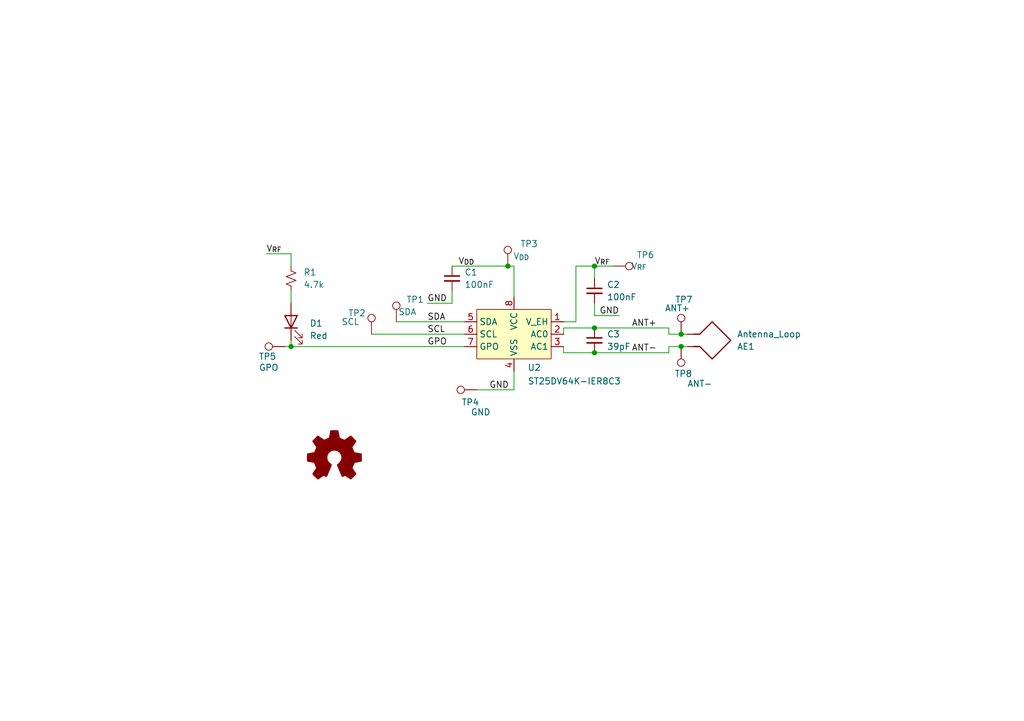
<source format=kicad_sch>
(kicad_sch (version 20231120) (generator "eeschema") (generator_version "8.0")
  (paper "A5")
  (title_block (title "Business Card") (date "2024-05-19") (rev "1") (company "Crab Labs") (comment 1 "Author: Orion Serup") (comment 2 "License: CC BY-SA 4.0"))
  (lib_symbols
    (symbol "Connector:TestPoint" (pin_numbers hide) (pin_names (offset 0.762) hide)
      (property "Reference" "TP" (at 0 6.858 0))
      (property "Value" "TestPoint" (at 0 5.08 0))
      (symbol "TestPoint_0_1"
        (circle (center 0 3.302) (radius 0.762))
      )
      (symbol "TestPoint_1_1"
        (pin passive line (at 0 0 90) (length 2.54) (name "1") (number "1"))
      )
    )
    (symbol "Device:Antenna_Loop" (pin_numbers hide) (pin_names (offset 1.016) hide)
      (property "Reference" "AE" (at 1.27 6.35 0))
      (property "Value" "Antenna_Loop" (at 1.27 5.08 0))
      (symbol "Antenna_Loop_0_1"
        (polyline (pts (xy 2.54 -3.81) (xy 2.54 -2.54) (xy 5.08 0) (xy 1.27 3.81) (xy -2.54 0) (xy 0 -2.54) (xy 0 -3.81)) (stroke (width 0.254)))
      )
      (symbol "Antenna_Loop_1_1"
        (pin input line (at 0 -5.08 90) (length 2.54) (name "~") (number "1"))
        (pin input line (at 2.54 -5.08 90) (length 2.54) (name "~") (number "2"))
      )
    )
    (symbol "Device:C_Small" (pin_numbers hide) (pin_names (offset 0.254) hide)
      (property "Reference" "C" (at 0.254 1.778 0))
      (property "Value" "C_Small" (at 0.254 -2.032 0))
      (symbol "C_Small_0_1"
        (polyline (pts (xy -1.524 -0.508) (xy 1.524 -0.508)) (stroke (width 0.3302)))
        (polyline (pts (xy -1.524 0.508) (xy 1.524 0.508)) (stroke (width 0.3048)))
      )
      (symbol "C_Small_1_1"
        (pin passive line (at 0 2.54 270) (length 2.032) (name "~") (number "1"))
        (pin passive line (at 0 -2.54 90) (length 2.032) (name "~") (number "2"))
      )
    )
    (symbol "Device:LED" (pin_numbers hide) (pin_names (offset 1.016) hide)
      (property "Reference" "D" (at 0 2.54 0))
      (property "Value" "LED" (at 0 -2.54 0))
      (symbol "LED_0_1"
        (polyline (pts (xy -1.27 -1.27) (xy -1.27 1.27)) (stroke (width 0.254)))
        (polyline (pts (xy -1.27 0) (xy 1.27 0)))
        (polyline (pts (xy 1.27 -1.27) (xy 1.27 1.27) (xy -1.27 0) (xy 1.27 -1.27)) (stroke (width 0.254)))
        (polyline (pts (xy -3.048 -0.762) (xy -4.572 -2.286) (xy -3.81 -2.286) (xy -4.572 -2.286) (xy -4.572 -1.524)))
        (polyline (pts (xy -1.778 -0.762) (xy -3.302 -2.286) (xy -2.54 -2.286) (xy -3.302 -2.286) (xy -3.302 -1.524)))
      )
      (symbol "LED_1_1"
        (pin passive line (at -3.81 0 0) (length 2.54) (name "K") (number "1"))
        (pin passive line (at 3.81 0 180) (length 2.54) (name "A") (number "2"))
      )
    )
    (symbol "Device:R_Small_US" (pin_numbers hide) (pin_names (offset 0.254) hide)
      (property "Reference" "R" (at 0.762 0.508 0))
      (property "Value" "R_Small_US" (at 0.762 -1.016 0))
      (symbol "R_Small_US_1_1"
        (polyline (pts (xy 0 0) (xy 1.016 -0.381) (xy 0 -0.762) (xy -1.016 -1.143) (xy 0 -1.524)))
        (polyline (pts (xy 0 1.524) (xy 1.016 1.143) (xy 0 0.762) (xy -1.016 0.381) (xy 0 0)))
        (pin passive line (at 0 2.54 270) (length 1.016) (name "~") (number "1"))
        (pin passive line (at 0 -2.54 90) (length 1.016) (name "~") (number "2"))
      )
    )
    (symbol "Graphic:Logo_Open_Hardware_Small" (in_bom no) (on_board no)
      (symbol "Logo_Open_Hardware_Small_0_1"
        (polyline (pts (xy 3.3528 -4.3434) (xy 3.302 -4.318) (xy 3.175 -4.2418) (xy 2.9972 -4.1148) (xy 2.7686 -3.9624) (xy 2.54 -3.81) (xy 2.3622 -3.7084) (xy 2.2352 -3.6068) (xy 2.1844 -3.5814) (xy 2.159 -3.6068) (xy 2.0574 -3.6576) (xy 1.905 -3.7338) (xy 1.8034 -3.7846) (xy 1.6764 -3.8354) (xy 1.6002 -3.8354) (xy 1.6002 -3.8354) (xy 1.5494 -3.7338) (xy 1.4732 -3.5306) (xy 1.3462 -3.302) (xy 1.2446 -3.0226) (xy 1.1176 -2.7178) (xy 0.9652 -2.413) (xy 0.8636 -2.1082) (xy 0.7366 -1.8288) (xy 0.6604 -1.6256) (xy 0.6096 -1.4732) (xy 0.5842 -1.397) (xy 0.5842 -1.397) (xy 0.6604 -1.3208) (xy 0.7874 -1.2446) (xy 1.0414 -1.016) (xy 1.2954 -0.6858) (xy 1.4478 -0.3302) (xy 1.524 0.0762) (xy 1.4732 0.4572) (xy 1.3208 0.8128) (xy 1.0668 1.143) (xy 0.762 1.3716) (xy 0.4064 1.524) (xy 0 1.5748) (xy -0.381 1.5494) (xy -0.7366 1.397) (xy -1.0668 1.143) (xy -1.2192 0.9906) (xy -1.397 0.6604) (xy -1.524 0.3048) (xy -1.524 0.2286) (xy -1.4986 -0.1778) (xy -1.397 -0.5334) (xy -1.1938 -0.8636) (xy -0.9144 -1.143) (xy -0.8636 -1.1684) (xy -0.7366 -1.27) (xy -0.635 -1.3462) (xy -0.5842 -1.397) (xy -1.0668 -2.5908) (xy -1.143 -2.794) (xy -1.2954 -3.1242) (xy -1.397 -3.4036) (xy -1.4986 -3.6322) (xy -1.5748 -3.7846) (xy -1.6002 -3.8354) (xy -1.6002 -3.8354) (xy -1.651 -3.8354) (xy -1.7272 -3.81) (xy -1.905 -3.7338) (xy -2.0066 -3.683) (xy -2.1336 -3.6068) (xy -2.2098 -3.5814) (xy -2.2606 -3.6068) (xy -2.3622 -3.683) (xy -2.54 -3.81) (xy -2.7686 -3.9624) (xy -2.9718 -4.0894) (xy -3.1496 -4.2164) (xy -3.302 -4.318) (xy -3.3528 -4.3434) (xy -3.3782 -4.3434) (xy -3.429 -4.318) (xy -3.5306 -4.2164) (xy -3.7084 -4.064) (xy -3.937 -3.8354) (xy -3.9624 -3.81) (xy -4.1656 -3.6068) (xy -4.318 -3.4544) (xy -4.4196 -3.3274) (xy -4.445 -3.2766) (xy -4.445 -3.2766) (xy -4.4196 -3.2258) (xy -4.318 -3.0734) (xy -4.2164 -2.8956) (xy -4.064 -2.667) (xy -3.6576 -2.0828) (xy -3.8862 -1.5494) (xy -3.937 -1.3716) (xy -4.0386 -1.1684) (xy -4.0894 -1.0414) (xy -4.1148 -0.9652) (xy -4.191 -0.9398) (xy -4.318 -0.9144) (xy -4.5466 -0.8636) (xy -4.8006 -0.8128) (xy -5.0546 -0.7874) (xy -5.2578 -0.7366) (xy -5.4356 -0.7112) (xy -5.5118 -0.6858) (xy -5.5118 -0.6858) (xy -5.5372 -0.635) (xy -5.5372 -0.5588) (xy -5.5372 -0.4318) (xy -5.5626 -0.2286) (xy -5.5626 0.0762) (xy -5.5626 0.127) (xy -5.5372 0.4064) (xy -5.5372 0.635) (xy -5.5372 0.762) (xy -5.5372 0.8382) (xy -5.5372 0.8382) (xy -5.461 0.8382) (xy -5.3086 0.889) (xy -5.08 0.9144) (xy -4.826 0.9652) (xy -4.8006 0.9906) (xy -4.5466 1.0414) (xy -4.318 1.0668) (xy -4.1656 1.1176) (xy -4.0894 1.143) (xy -4.0894 1.143) (xy -4.0386 1.2446) (xy -3.9624 1.4224) (xy -3.8608 1.6256) (xy -3.7846 1.8288) (xy -3.7084 2.0066) (xy -3.6576 2.159) (xy -3.6322 2.2098) (xy -3.6322 2.2098) (xy -3.683 2.286) (xy -3.7592 2.413) (xy -3.8862 2.5908) (xy -4.064 2.8194) (xy -4.064 2.8448) (xy -4.2164 3.0734) (xy -4.3434 3.2512) (xy -4.4196 3.3782) (xy -4.445 3.4544) (xy -4.445 3.4544) (xy -4.3942 3.5052) (xy -4.2926 3.6322) (xy -4.1148 3.81) (xy -3.937 4.0132) (xy -3.8608 4.064) (xy -3.6576 4.2926) (xy -3.5052 4.4196) (xy -3.4036 4.4958) (xy -3.3528 4.5212) (xy -3.3528 4.5212) (xy -3.302 4.4704) (xy -3.1496 4.3688) (xy -2.9718 4.2418) (xy -2.7432 4.0894) (xy -2.7178 4.0894) (xy -2.4892 3.937) (xy -2.3114 3.81) (xy -2.1844 3.7084) (xy -2.1336 3.683) (xy -2.1082 3.683) (xy -2.032 3.7084) (xy -1.8542 3.7592) (xy -1.6764 3.8354) (xy -1.4732 3.937) (xy -1.27 4.0132) (xy -1.143 4.064) (xy -1.0668 4.1148) (xy -1.0668 4.1148) (xy -1.0414 4.191) (xy -1.016 4.3434) (xy -0.9652 4.572) (xy -0.9144 4.8514) (xy -0.889 4.9022) (xy -0.8382 5.1562) (xy -0.8128 5.3848) (xy -0.7874 5.5372) (xy -0.762 5.588) (xy -0.7112 5.6134) (xy -0.5842 5.6134) (xy -0.4064 5.6134) (xy -0.1524 5.6134) (xy 0.0762 5.6134) (xy 0.3302 5.6134) (xy 0.5334 5.6134) (xy 0.6858 5.588) (xy 0.7366 5.588) (xy 0.7366 5.588) (xy 0.762 5.5118) (xy 0.8128 5.334) (xy 0.8382 5.1054) (xy 0.9144 4.826) (xy 0.9144 4.7752) (xy 0.9652 4.5212) (xy 1.016 4.2926) (xy 1.0414 4.1402) (xy 1.0668 4.0894) (xy 1.0668 4.0894) (xy 1.1938 4.0386) (xy 1.3716 3.9624) (xy 1.5748 3.8608) (xy 2.0828 3.6576) (xy 2.7178 4.0894) (xy 2.7686 4.1402) (xy 2.9972 4.2926) (xy 3.175 4.4196) (xy 3.302 4.4958) (xy 3.3782 4.5212) (xy 3.3782 4.5212) (xy 3.429 4.4704) (xy 3.556 4.3434) (xy 3.7338 4.191) (xy 3.9116 3.9878) (xy 4.064 3.8354) (xy 4.2418 3.6576) (xy 4.3434 3.556) (xy 4.4196 3.4798) (xy 4.4196 3.429) (xy 4.4196 3.4036) (xy 4.3942 3.3274) (xy 4.2926 3.2004) (xy 4.1656 2.9972) (xy 4.0132 2.794) (xy 3.8862 2.5908) (xy 3.7592 2.3876) (xy 3.6576 2.2352) (xy 3.6322 2.159) (xy 3.6322 2.1336) (xy 3.683 2.0066) (xy 3.7592 1.8288) (xy 3.8608 1.6002) (xy 4.064 1.1176) (xy 4.3942 1.0414) (xy 4.5974 1.016) (xy 4.8768 0.9652) (xy 5.1308 0.9144) (xy 5.5372 0.8382) (xy 5.5626 -0.6604) (xy 5.4864 -0.6858) (xy 5.4356 -0.6858) (xy 5.2832 -0.7366) (xy 5.0546 -0.762) (xy 4.8006 -0.8128) (xy 4.5974 -0.8636) (xy 4.3688 -0.9144) (xy 4.2164 -0.9398) (xy 4.1402 -0.9398) (xy 4.1148 -0.9652) (xy 4.064 -1.0668) (xy 3.9878 -1.2446) (xy 3.9116 -1.4478) (xy 3.81 -1.651) (xy 3.7338 -1.8542) (xy 3.683 -2.0066) (xy 3.6576 -2.0828) (xy 3.683 -2.1336) (xy 3.7846 -2.2606) (xy 3.8862 -2.4638) (xy 4.0386 -2.667) (xy 4.191 -2.8956) (xy 4.318 -3.0734) (xy 4.3942 -3.2004) (xy 4.445 -3.2766) (xy 4.4196 -3.3274) (xy 4.3434 -3.429) (xy 4.1656 -3.5814) (xy 3.937 -3.8354) (xy 3.8862 -3.8608) (xy 3.683 -4.064) (xy 3.5306 -4.2164) (xy 3.4036 -4.318) (xy 3.3528 -4.3434)) (fill (type outline)))
      )
    )
    (symbol "RF_NFC:ST25DV64K-IER8C3"
      (property "Reference" "U" (at 6.35 6.35 0))
      (property "Value" "ST25DV64K-IER8C3" (at 10.795 -6.35 0))
      (symbol "ST25DV64K-IER8C3_1_1"
        (rectangle (start -7.62 5.08) (end 7.62 -5.08) (fill (type background)))
        (pin power_out line (at 10.16 2.54 180) (length 2.54) (name "V_EH") (number "1"))
        (pin passive line (at 10.16 0 180) (length 2.54) (name "AC0") (number "2"))
        (pin passive line (at 10.16 -2.54 180) (length 2.54) (name "AC1") (number "3"))
        (pin power_in line (at 0 -7.62 90) (length 2.54) (name "VSS") (number "4"))
        (pin bidirectional line (at -10.16 2.54 0) (length 2.54) (name "SDA") (number "5"))
        (pin input line (at -10.16 0 0) (length 2.54) (name "SCL") (number "6"))
        (pin open_collector line (at -10.16 -2.54 0) (length 2.54) (name "GPO") (number "7"))
        (pin power_in line (at 0 7.62 270) (length 2.54) (name "VCC") (number "8"))
        (pin no_connect line (at 2.54 5.08 270) (length 2.54) hide (name "NC") (number "9"))
      )
    )
  )
  (junction (at 139.7 71.12))
  (junction (at 59.69 71.12))
  (junction (at 139.7 68.58))
  (junction (at 121.92 72.39))
  (junction (at 121.92 54.61))
  (junction (at 104.14 54.61))
  (junction (at 121.92 67.31))
  (wire (pts (xy 59.69 69.85) (xy 59.69 71.12)))
  (wire (pts (xy 139.7 71.12) (xy 140.97 71.12)))
  (wire (pts (xy 137.16 68.58) (xy 139.7 68.58)))
  (wire (pts (xy 58.42 71.12) (xy 59.69 71.12)))
  (wire (pts (xy 115.57 67.31) (xy 115.57 68.58)))
  (wire (pts (xy 92.71 59.69) (xy 92.71 62.23)))
  (wire (pts (xy 105.41 76.2) (xy 105.41 80.01)))
  (wire (pts (xy 121.92 54.61) (xy 125.73 54.61)))
  (wire (pts (xy 92.71 54.61) (xy 104.14 54.61)))
  (wire (pts (xy 59.69 71.12) (xy 95.25 71.12)))
  (wire (pts (xy 76.2 68.58) (xy 95.25 68.58)))
  (wire (pts (xy 97.79 80.01) (xy 105.41 80.01)))
  (wire (pts (xy 137.16 71.12) (xy 139.7 71.12)))
  (wire (pts (xy 121.92 62.23) (xy 121.92 64.77)))
  (wire (pts (xy 115.57 72.39) (xy 115.57 71.12)))
  (wire (pts (xy 115.57 67.31) (xy 121.92 67.31)))
  (wire (pts (xy 59.69 59.69) (xy 59.69 62.23)))
  (wire (pts (xy 118.11 66.04) (xy 115.57 66.04)))
  (wire (pts (xy 87.63 62.23) (xy 92.71 62.23)))
  (wire (pts (xy 115.57 72.39) (xy 121.92 72.39)))
  (wire (pts (xy 121.92 67.31) (xy 137.16 67.31)))
  (wire (pts (xy 127 64.77) (xy 121.92 64.77)))
  (wire (pts (xy 105.41 54.61) (xy 105.41 60.96)))
  (wire (pts (xy 81.28 66.04) (xy 95.25 66.04)))
  (wire (pts (xy 118.11 54.61) (xy 121.92 54.61)))
  (wire (pts (xy 121.92 54.61) (xy 121.92 57.15)))
  (wire (pts (xy 137.16 72.39) (xy 137.16 71.12)))
  (wire (pts (xy 59.69 52.07) (xy 59.69 54.61)))
  (wire (pts (xy 139.7 68.58) (xy 140.97 68.58)))
  (wire (pts (xy 54.61 52.07) (xy 59.69 52.07)))
  (wire (pts (xy 137.16 67.31) (xy 137.16 68.58)))
  (wire (pts (xy 118.11 54.61) (xy 118.11 66.04)))
  (wire (pts (xy 121.92 72.39) (xy 137.16 72.39)))
  (wire (pts (xy 104.14 54.61) (xy 105.41 54.61)))
  (label "GND" (at 100.33 80.01 0))
  (label "V_{RF}" (at 54.61 52.07 0))
  (label "V_{RF}" (at 121.92 54.61 0))
  (label "SDA" (at 87.63 66.04 0))
  (label "ANT-" (at 129.54 72.39 0))
  (label "ANT+" (at 129.54 67.31 0))
  (label "GND" (at 127 64.77 180))
  (label "GPO" (at 87.63 71.12 0))
  (label "V_{DD}" (at 93.98 54.61 0))
  (label "GND" (at 87.63 62.23 0))
  (label "SCL" (at 87.63 68.58 0))
  (symbol (lib_id "Device:LED") (at 59.69 66.04 90) (unit 1)
    (property "Reference" "D1" (at 63.5 66.3574 90) (effects (justify right)))
    (property "Value" "Red" (at 63.5 68.8974 90) (effects (justify right)))
    (property "Footprint" "LED_SMD:LED_0402_1005Metric" (effects (hide yes)))
    (property "Description" "Light emitting diode" (effects (hide yes)))
    (property "MPN" "XL-1005SURC" (effects (hide yes)))
  )
  (symbol (lib_id "Connector:TestPoint") (at 125.73 54.61 270) (unit 1) (exclude_from_sim yes) (in_bom no)
    (property "Reference" "TP6" (at 130.556 52.324 90) (effects (justify left)))
    (property "Value" "${SHORT_NET_NAME(1)}" (at 130.81 54.61 90) (effects (justify left)))
    (property "Footprint" "TestPoint:TestPoint_Pad_D1.0mm" (effects (hide yes)))
    (property "Description" "test point" (effects (hide yes)))
  )
  (symbol (lib_id "Device:R_Small_US") (at 59.69 57.15 0) (unit 1)
    (property "Reference" "R1" (at 62.23 55.8799 0) (effects (justify left)))
    (property "Value" "4.7k" (at 62.23 58.4199 0) (effects (justify left)))
    (property "Footprint" "Resistor_SMD:R_0402_1005Metric" (effects (hide yes)))
    (property "Description" "Resistor, small US symbol" (effects (hide yes)))
    (property "MPN" "RC0402FR-074K7L" (effects (hide yes)))
  )
  (symbol (lib_id "Device:Antenna_Loop") (at 146.05 71.12 270) (mirror x) (unit 1) (in_bom no)
    (property "Reference" "AE1" (at 151.13 71.1201 90) (effects (justify left)))
    (property "Value" "Antenna_Loop" (at 151.13 68.5801 90) (effects (justify left)))
    (property "Footprint" "Footprints:Antenna" (effects (hide yes)))
    (property "Description" "Loop antenna" (effects (hide yes)))
  )
  (symbol (lib_id "RF_NFC:ST25DV64K-IER8C3") (at 105.41 68.58 0) (unit 1)
    (property "Reference" "U2" (at 108.204 75.438 0) (effects (justify left)))
    (property "Value" "ST25DV64K-IER8C3" (at 108.204 78.232 0) (effects (justify left)))
    (property "Footprint" "Package_DFN_QFN:DFN-8-1EP_3x2mm_P0.5mm_EP1.36x1.46mm" (effects (hide yes)))
    (property "Datasheet" "https://www.st.com/resource/en/datasheet/st25dv04k.pdf" (effects (hide yes)))
    (property "Description" "Dynamic NFC/RFID tag IC with 64-Kbit EEPROM, UFDFPN-8" (effects (hide yes)))
    (property "MPN" "ST25DV04K-IER6C3" (effects (hide yes)))
  )
  (symbol (lib_id "Connector:TestPoint") (at 139.7 68.58 0) (unit 1) (exclude_from_sim yes) (in_bom no)
    (property "Reference" "TP7" (at 138.43 61.468 0) (effects (justify left)))
    (property "Value" "${SHORT_NET_NAME(1)}" (at 138.684 63.246 0) (effects (justify left)))
    (property "Footprint" "TestPoint:TestPoint_Pad_D1.0mm" (effects (hide yes)))
    (property "Description" "test point" (effects (hide yes)))
  )
  (symbol (lib_id "Connector:TestPoint") (at 139.7 71.12 180) (unit 1) (exclude_from_sim yes) (in_bom no)
    (property "Reference" "TP8" (at 141.986 76.708 0) (effects (justify left)))
    (property "Value" "${SHORT_NET_NAME(1)}" (at 143.764 78.74 0) (effects (justify left)))
    (property "Footprint" "TestPoint:TestPoint_Pad_D1.0mm" (effects (hide yes)))
    (property "Description" "test point" (effects (hide yes)))
  )
  (symbol (lib_id "Graphic:Logo_Open_Hardware_Small") (at 68.58 93.98 0) (unit 1) (exclude_from_sim yes) (in_bom no) (on_board no)
    (property "Reference" "#SYM1" (effects (hide yes)))
    (property "Value" "Logo_Open_Hardware_Small" (effects (hide yes)))
    (property "Description" "Open Hardware logo, small" (effects (hide yes)))
  )
  (symbol (lib_id "Connector:TestPoint") (at 97.79 80.01 90) (unit 1) (exclude_from_sim yes) (in_bom no)
    (property "Reference" "TP4" (at 98.298 82.55 90) (effects (justify left)))
    (property "Value" "${SHORT_NET_NAME(1)}" (at 98.806 84.582 90) (effects (justify left)))
    (property "Footprint" "TestPoint:TestPoint_Pad_D1.0mm" (effects (hide yes)))
    (property "Description" "test point" (effects (hide yes)))
  )
  (symbol (lib_id "Connector:TestPoint") (at 58.42 71.12 90) (unit 1) (exclude_from_sim yes) (in_bom no)
    (property "Reference" "TP5" (at 54.864 73.152 90))
    (property "Value" "${SHORT_NET_NAME(1)}" (at 55.118 75.438 90))
    (property "Footprint" "TestPoint:TestPoint_Pad_D1.0mm" (effects (hide yes)))
    (property "Description" "test point" (effects (hide yes)))
  )
  (symbol (lib_id "Device:C_Small") (at 121.92 69.85 0) (unit 1)
    (property "Reference" "C3" (at 124.46 68.5862 0) (effects (justify left)))
    (property "Value" "39pF" (at 124.46 71.1262 0) (effects (justify left)))
    (property "Footprint" "Capacitor_SMD:C_0402_1005Metric" (effects (hide yes)))
    (property "Description" "Unpolarized capacitor, small symbol" (effects (hide yes)))
    (property "MPN" "GRM1552C1H390JA01D" (effects (hide yes)))
  )
  (symbol (lib_id "Connector:TestPoint") (at 76.2 68.58 0) (unit 1) (exclude_from_sim yes) (in_bom no)
    (property "Reference" "TP2" (at 71.374 64.262 0) (effects (justify left)))
    (property "Value" "${SHORT_NET_NAME(1)}" (at 71.628 66.04 0) (effects (justify left)))
    (property "Footprint" "TestPoint:TestPoint_Pad_D1.0mm" (effects (hide yes)))
    (property "Description" "test point" (effects (hide yes)))
  )
  (symbol (lib_id "Connector:TestPoint") (at 104.14 54.61 0) (unit 1) (exclude_from_sim yes) (in_bom no)
    (property "Reference" "TP3" (at 106.68 50.0379 0) (effects (justify left)))
    (property "Value" "${SHORT_NET_NAME(1)}" (at 106.68 52.5779 0) (effects (justify left)))
    (property "Footprint" "TestPoint:TestPoint_Pad_D1.0mm" (effects (hide yes)))
    (property "Description" "test point" (effects (hide yes)))
  )
  (symbol (lib_id "Device:C_Small") (at 92.71 57.15 0) (unit 1)
    (property "Reference" "C1" (at 95.25 55.8862 0) (effects (justify left)))
    (property "Value" "100nF" (at 95.25 58.4262 0) (effects (justify left)))
    (property "Footprint" "Capacitor_SMD:C_0402_1005Metric" (effects (hide yes)))
    (property "Description" "Unpolarized capacitor, small symbol" (effects (hide yes)))
    (property "MPN" "GRM155B31E104KA87D" (effects (hide yes)))
  )
  (symbol (lib_id "Device:C_Small") (at 121.92 59.69 0) (unit 1)
    (property "Reference" "C2" (at 124.46 58.4262 0) (effects (justify left)))
    (property "Value" "100nF" (at 124.46 60.9662 0) (effects (justify left)))
    (property "Footprint" "Capacitor_SMD:C_0402_1005Metric" (effects (hide yes)))
    (property "Description" "Unpolarized capacitor, small symbol" (effects (hide yes)))
    (property "MPN" "GRM155B31E104KA87D" (effects (hide yes)))
  )
  (symbol (lib_id "Connector:TestPoint") (at 81.28 66.04 0) (unit 1) (exclude_from_sim yes) (in_bom no)
    (property "Reference" "TP1" (at 83.312 61.468 0) (effects (justify left)))
    (property "Value" "${SHORT_NET_NAME(1)}" (at 83.312 64.008 0) (effects (justify left)))
    (property "Footprint" "TestPoint:TestPoint_Pad_D1.0mm" (effects (hide yes)))
    (property "Description" "test point" (effects (hide yes)))
  )
)
</source>
